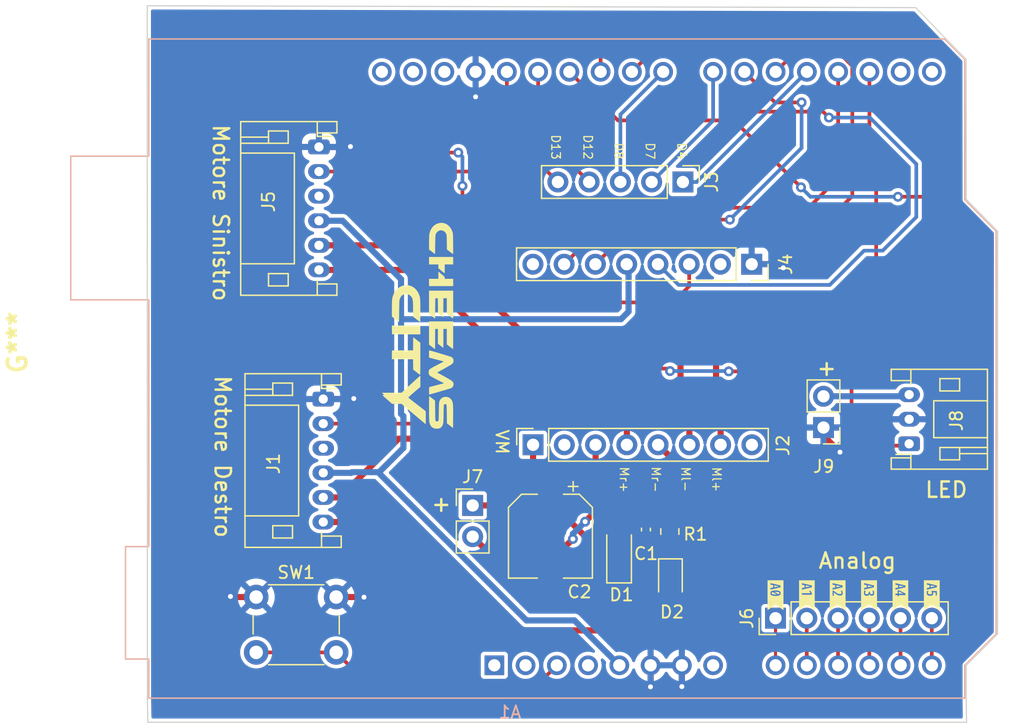
<source format=kicad_pcb>
(kicad_pcb (version 20211014) (generator pcbnew)
  (layers (0 "F.Cu" signal) (31 "B.Cu" power) (34 "B.Paste" user) (35 "F.Paste" user) (36 "B.SilkS" user "B.Silkscreen") (37 "F.SilkS" user "F.Silkscreen") (38 "B.Mask" user) (39 "F.Mask" user) (44 "Edge.Cuts" user))
  (net 0 "")
  (net 3 "RST")
  (net 5 "+5V")
  (net 6 "GND")
  (net 8 "A0")
  (net 9 "A1")
  (net 10 "A2")
  (net 11 "A3")
  (net 12 "A4")
  (net 13 "A5")
  (net 16 "EncR")
  (net 17 "EncL")
  (net 18 "D4")
  (net 19 "D5")
  (net 20 "D6")
  (net 21 "D7")
  (net 22 "D8")
  (net 23 "D9")
  (net 24 "D10")
  (net 25 "D11")
  (net 26 "D12")
  (net 27 "D13")
  (net 31 "Net-(D1-Pad1)")
  (net 32 "VM")
  (net 33 "Net-(D2-Pad1)")
  (net 35 "MR+")
  (net 36 "MR-")
  (net 38 "GNDVM")
  (net 39 "ML-")
  (net 40 "ML+")
  (net 45 "Net-(J8-Pad3)")
  (footprint "Connector_JST:JST_PH_S6B-PH-K_1x06_P2.00mm_Horizontal" (layer "F.Cu") (at 113.05 95.25 -90)
    (fp_text reference "J1" (at 5.25 4.05 90) (layer "F.SilkS"))
    (fp_text value "Conn_01x06_Female")
    (pad "1" thru_hole roundrect (at 0 0 270) (size 1.2 1.75) (drill 0.75) (layers *.Cu *.Mask) (roundrect_rratio 0.2083333333) (net 6 "GND"))
    (pad "2" thru_hole oval (at 2 0 270) (size 1.2 1.75) (drill 0.75) (layers *.Cu *.Mask) (net 16 "EncR"))
    (pad "3" thru_hole oval (at 4 0 270) (size 1.2 1.75) (drill 0.75) (layers *.Cu *.Mask))
    (pad "4" thru_hole oval (at 6 0 270) (size 1.2 1.75) (drill 0.75) (layers *.Cu *.Mask) (net 5 "+5V"))
    (pad "5" thru_hole oval (at 8 0 270) (size 1.2 1.75) (drill 0.75) (layers *.Cu *.Mask) (net 35 "MR+"))
    (pad "6" thru_hole oval (at 10 0 270) (size 1.2 1.75) (drill 0.75) (layers *.Cu *.Mask) (net 36 "MR-"))
  )
  (footprint "Capacitor_SMD:CP_Elec_6.3x5.4" (layer "F.Cu") (at 131.51 106.4 -90)
    (fp_text reference "C2" (at 4.53 -2.36 180) (layer "F.SilkS"))
    (fp_text value "100u")
    (pad "1" smd roundrect (at -2.8 0 270) (size 3.5 1.6) (layers "F.Cu" "F.Paste" "F.Mask") (roundrect_rratio 0.15625) (net 32 "VM"))
    (pad "2" smd roundrect (at 2.8 0 270) (size 3.5 1.6) (layers "F.Cu" "F.Paste" "F.Mask") (roundrect_rratio 0.15625) (net 38 "GNDVM"))
  )
  (footprint "Connector_PinHeader_2.54mm:PinHeader_1x02_P2.54mm_Vertical" (layer "F.Cu") (at 125.19 103.9)
    (fp_text reference "J7" (at 0 -2.33) (layer "F.SilkS"))
    (fp_text value "Conn_01x02_Male")
    (pad "1" thru_hole rect (at 0 0) (size 1.7 1.7) (drill 1) (layers *.Cu *.Mask) (net 32 "VM"))
    (pad "2" thru_hole oval (at 0 2.54) (size 1.7 1.7) (drill 1) (layers *.Cu *.Mask) (net 38 "GNDVM"))
  )
  (footprint "Connector_PinSocket_2.54mm:PinSocket_1x08_P2.54mm_Vertical" (layer "F.Cu") (at 147.865 84.285 -90)
    (fp_text reference "J4" (at 0 -2.77 90) (layer "F.SilkS"))
    (fp_text value "Conn_01x08_Female")
    (pad "1" thru_hole rect (at 0 0 270) (size 1.7 1.7) (drill 1) (layers *.Cu *.Mask) (net 6 "GND"))
    (pad "2" thru_hole oval (at 0 2.54 270) (size 1.7 1.7) (drill 1) (layers *.Cu *.Mask))
    (pad "3" thru_hole oval (at 0 5.08 270) (size 1.7 1.7) (drill 1) (layers *.Cu *.Mask) (net 24 "D10"))
    (pad "4" thru_hole oval (at 0 7.62 270) (size 1.7 1.7) (drill 1) (layers *.Cu *.Mask) (net 23 "D9"))
    (pad "5" thru_hole oval (at 0 10.16 270) (size 1.7 1.7) (drill 1) (layers *.Cu *.Mask) (net 5 "+5V"))
    (pad "6" thru_hole oval (at 0 12.7 270) (size 1.7 1.7) (drill 1) (layers *.Cu *.Mask) (net 19 "D5"))
    (pad "7" thru_hole oval (at 0 15.24 270) (size 1.7 1.7) (drill 1) (layers *.Cu *.Mask) (net 20 "D6"))
    (pad "8" thru_hole oval (at 0 17.78 270) (size 1.7 1.7) (drill 1) (layers *.Cu *.Mask))
  )
  (footprint "kibuzzard-64EEFF65" (layer "F.Cu") (at 157.4 111.2 -90)
    (fp_text reference "kibuzzard-64EEFF65" hide)
    (fp_text value "G***" hide)
  )
  (footprint "kibuzzard-64EEFEBA" (layer "F.Cu") (at 149.8 111.2 -90)
    (fp_text reference "kibuzzard-64EEFEBA" hide)
    (fp_text value "G***" hide)
  )
  (footprint "Diode_SMD:D_SOD-123" (layer "F.Cu") (at 137.09 107.95 90)
    (fp_text reference "D1" (at -3.22 0.19) (layer "F.SilkS"))
    (fp_text value "LL4148")
    (pad "1" smd rect (at -1.65 0 90) (size 0.9 1.2) (layers "F.Cu" "F.Paste" "F.Mask") (net 31 "Net-(D1-Pad1)"))
    (pad "2" smd rect (at 1.65 0 90) (size 0.9 1.2) (layers "F.Cu" "F.Paste" "F.Mask") (net 32 "VM"))
  )
  (footprint "kibuzzard-64EEFF4B" (layer "F.Cu") (at 154.85 111.2 -90)
    (fp_text reference "kibuzzard-64EEFF4B" hide)
    (fp_text value "G***" hide)
  )
  (footprint "LOGO" (layer "F.Cu") (at 121.57 89.27 -90)
    (fp_text reference "G***" (at 1.37 33.37 90) (layer "F.SilkS") (effects (font (size 1.524 1.524) (thickness 0.3))))
    (fp_text value "LOGO" hide)
  )
  (footprint "kibuzzard-64EEFF44" (layer "F.Cu") (at 152.35 111.2 -90)
    (fp_text reference "kibuzzard-64EEFF44" hide)
    (fp_text value "G***" hide)
  )
  (footprint "Button_Switch_THT:SW_PUSH_6mm" (layer "F.Cu") (at 107.6 111.35)
    (fp_text reference "SW1" (at 3.25 -2) (layer "F.SilkS"))
    (fp_text value "SW_SPST")
    (pad "1" thru_hole circle (at 6.5 0 90) (size 2 2) (drill 1.1) (layers *.Cu *.Mask) (net 6 "GND"))
    (pad "1" thru_hole circle (at 0 0 90) (size 2 2) (drill 1.1) (layers *.Cu *.Mask) (net 6 "GND"))
    (pad "2" thru_hole circle (at 6.5 4.5 90) (size 2 2) (drill 1.1) (layers *.Cu *.Mask) (net 3 "RST"))
    (pad "2" thru_hole circle (at 0 4.5 90) (size 2 2) (drill 1.1) (layers *.Cu *.Mask) (net 3 "RST"))
  )
  (footprint "Connector_JST:JST_PH_S6B-PH-K_1x06_P2.00mm_Horizontal" (layer "F.Cu") (at 112.7 74.75 -90)
    (fp_text reference "J5" (at 4.45 4.1 90) (layer "F.SilkS"))
    (fp_text value "Conn_01x06_Female")
    (pad "1" thru_hole roundrect (at 0 0 270) (size 1.2 1.75) (drill 0.75) (layers *.Cu *.Mask) (roundrect_rratio 0.2083333333) (net 6 "GND"))
    (pad "2" thru_hole oval (at 2 0 270) (size 1.2 1.75) (drill 0.75) (layers *.Cu *.Mask) (net 17 "EncL"))
    (pad "3" thru_hole oval (at 4 0 270) (size 1.2 1.75) (drill 0.75) (layers *.Cu *.Mask))
    (pad "4" thru_hole oval (at 6 0 270) (size 1.2 1.75) (drill 0.75) (layers *.Cu *.Mask) (net 5 "+5V"))
    (pad "5" thru_hole oval (at 8 0 270) (size 1.2 1.75) (drill 0.75) (layers *.Cu *.Mask) (net 40 "ML+"))
    (pad "6" thru_hole oval (at 10 0 270) (size 1.2 1.75) (drill 0.75) (layers *.Cu *.Mask) (net 39 "ML-"))
  )
  (footprint "Connector_PinHeader_2.54mm:PinHeader_1x02_P2.54mm_Vertical" (layer "F.Cu") (at 153.7 97.565 180)
    (fp_text reference "J9" (at -0.02 -3.165) (layer "F.SilkS"))
    (fp_text value "Conn_01x02_Male")
    (pad "1" thru_hole rect (at 0 0 180) (size 1.7 1.7) (drill 1) (layers *.Cu *.Mask) (net 6 "GND"))
    (pad "2" thru_hole oval (at 0 2.54 180) (size 1.7 1.7) (drill 1) (layers *.Cu *.Mask) (net 45 "Net-(J8-Pad3)"))
  )
  (footprint "Connector_PinSocket_2.54mm:PinSocket_1x08_P2.54mm_Vertical" (layer "F.Cu") (at 130.1 98.97 90)
    (fp_text reference "J2" (at -0.04 20.31 90) (layer "F.SilkS"))
    (fp_text value "Conn_01x08_Female")
    (pad "1" thru_hole rect (at 0 0 90) (size 1.7 1.7) (drill 1) (layers *.Cu *.Mask) (net 32 "VM"))
    (pad "2" thru_hole oval (at 0 2.54 90) (size 1.7 1.7) (drill 1) (layers *.Cu *.Mask))
    (pad "3" thru_hole oval (at 0 5.08 90) (size 1.7 1.7) (drill 1) (layers *.Cu *.Mask) (net 38 "GNDVM"))
    (pad "4" thru_hole oval (at 0 7.62 90) (size 1.7 1.7) (drill 1) (layers *.Cu *.Mask) (net 35 "MR+"))
    (pad "5" thru_hole oval (at 0 10.16 90) (size 1.7 1.7) (drill 1) (layers *.Cu *.Mask) (net 36 "MR-"))
    (pad "6" thru_hole oval (at 0 12.7 90) (size 1.7 1.7) (drill 1) (layers *.Cu *.Mask) (net 39 "ML-"))
    (pad "7" thru_hole oval (at 0 15.24 90) (size 1.7 1.7) (drill 1) (layers *.Cu *.Mask) (net 40 "ML+"))
    (pad "8" thru_hole oval (at 0 17.78 90) (size 1.7 1.7) (drill 1) (layers *.Cu *.Mask))
  )
  (footprint "Resistor_SMD:R_0805_2012Metric" (layer "F.Cu") (at 141.215 106.02 90)
    (fp_text reference "R1" (at -0.22 2.075 180) (layer "F.SilkS"))
    (fp_text value "470")
    (pad "1" smd roundrect (at -0.9125 0 90) (size 1.025 1.4) (layers "F.Cu" "F.Paste" "F.Mask") (roundrect_rratio 0.243902439) (net 33 "Net-(D2-Pad1)"))
    (pad "2" smd roundrect (at 0.9125 0 90) (size 1.025 1.4) (layers "F.Cu" "F.Paste" "F.Mask") (roundrect_rratio 0.243902439) (net 38 "GNDVM"))
  )
  (footprint "Connector_PinHeader_2.54mm:PinHeader_1x06_P2.54mm_Vertical" (layer "F.Cu") (at 149.8 113.07 90)
    (fp_text reference "J6" (at 0 -2.33 90) (layer "F.SilkS"))
    (fp_text value "Conn_01x06_Male")
    (pad "1" thru_hole rect (at 0 0 90) (size 1.7 1.7) (drill 1) (layers *.Cu *.Mask) (net 8 "A0"))
    (pad "2" thru_hole oval (at 0 2.54 90) (size 1.7 1.7) (drill 1) (layers *.Cu *.Mask) (net 9 "A1"))
    (pad "3" thru_hole oval (at 0 5.08 90) (size 1.7 1.7) (drill 1) (layers *.Cu *.Mask) (net 10 "A2"))
    (pad "4" thru_hole oval (at 0 7.62 90) (size 1.7 1.7) (drill 1) (layers *.Cu *.Mask) (net 11 "A3"))
    (pad "5" thru_hole oval (at 0 10.16 90) (size 1.7 1.7) (drill 1) (layers *.Cu *.Mask) (net 12 "A4"))
    (pad "6" thru_hole oval (at 0 12.7 90) (size 1.7 1.7) (drill 1) (layers *.Cu *.Mask) (net 13 "A5"))
  )
  (footprint "Capacitor_SMD:C_0402_1005Metric" (layer "F.Cu") (at 139.27 105.86 90)
    (fp_text reference "C1" (at -1.96 0.01 180) (layer "F.SilkS"))
    (fp_text value "0.1u")
    (pad "1" smd roundrect (at -0.48 0 90) (size 0.56 0.62) (layers "F.Cu" "F.Paste" "F.Mask") (net 32 "VM"))
    (pad "2" smd roundrect (at 0.48 0 90) (size 0.56 0.62) (layers "F.Cu" "F.Paste" "F.Mask") (net 38 "GNDVM"))
  )
  (footprint "kibuzzard-64EEFF81" (layer "F.Cu") (at 159.95 111.2 -90)
    (fp_text reference "kibuzzard-64EEFF81" hide)
    (fp_text value "G***" hide)
  )
  (footprint "Connector_JST:JST_PH_S3B-PH-K_1x03_P2.00mm_Horizontal" (layer "F.Cu") (at 160.66 98.89 90)
    (fp_text reference "J8" (at 1.89 3.84 90) (layer "F.SilkS"))
    (fp_text value "Conn_01x03_Female")
    (pad "1" thru_hole roundrect (at 0 0 90) (size 1.2 1.75) (drill 0.75) (layers *.Cu *.Mask) (roundrect_rratio 0.2083333333) (net 25 "D11"))
    (pad "2" thru_hole oval (at 2 0 90) (size 1.2 1.75) (drill 0.75) (layers *.Cu *.Mask) (net 6 "GND"))
    (pad "3" thru_hole oval (at 4 0 90) (size 1.2 1.75) (drill 0.75) (layers *.Cu *.Mask) (net 45 "Net-(J8-Pad3)"))
  )
  (footprint "kibuzzard-64EEFF9E" (layer "F.Cu") (at 162.5 111.2 -90)
    (fp_text reference "kibuzzard-64EEFF9E" hide)
    (fp_text value "G***" hide)
  )
  (footprint "Connector_PinHeader_2.54mm:PinHeader_1x05_P2.54mm_Vertical" (layer "F.Cu") (at 142.275 77.6 -90)
    (fp_text reference "J3" (at 0 -2.33 -90) (layer "F.SilkS"))
    (fp_text value "Conn_01x05_Male")
    (pad "1" thru_hole rect (at 0 0 270) (size 1.7 1.7) (drill 1) (layers *.Cu *.Mask) (net 18 "D4"))
    (pad "2" thru_hole oval (at 0 2.54 270) (size 1.7 1.7) (drill 1) (layers *.Cu *.Mask) (net 21 "D7"))
    (pad "3" thru_hole oval (at 0 5.08 270) (size 1.7 1.7) (drill 1) (layers *.Cu *.Mask) (net 22 "D8"))
    (pad "4" thru_hole oval (at 0 7.62 270) (size 1.7 1.7) (drill 1) (layers *.Cu *.Mask) (net 26 "D12"))
    (pad "5" thru_hole oval (at 0 10.16 270) (size 1.7 1.7) (drill 1) (layers *.Cu *.Mask) (net 27 "D13"))
  )
  (footprint "LED_SMD:LED_0805_2012Metric" (layer "F.Cu") (at 141.26 109.93 -90)
    (fp_text reference "D2" (at 2.64 -0.13 180) (layer "F.SilkS"))
    (fp_text value "LED")
    (pad "1" smd roundrect (at -0.9375 0 270) (size 0.975 1.4) (layers "F.Cu" "F.Paste" "F.Mask") (net 33 "Net-(D2-Pad1)"))
    (pad "2" smd roundrect (at 0.9375 0 270) (size 0.975 1.4) (layers "F.Cu" "F.Paste" "F.Mask") (net 31 "Net-(D1-Pad1)"))
  )
  (footprint "Module:Arduino_UNO_R3" (layer "B.Cu") (at 126.95 116.9)
    (fp_text reference "A1" (at 1.27 3.81) (layer "B.SilkS") (effects (justify mirror)))
    (fp_text value "Arduino_UNO_R3")
    (pad "1" thru_hole rect (at 0 0 270) (size 1.6 1.6) (drill 1) (layers *.Cu *.Mask))
    (pad "2" thru_hole oval (at 2.54 0 270) (size 1.6 1.6) (drill 1) (layers *.Cu *.Mask))
    (pad "3" thru_hole oval (at 5.08 0 270) (size 1.6 1.6) (drill 1) (layers *.Cu *.Mask) (net 3 "RST"))
    (pad "4" thru_hole oval (at 7.62 0 270) (size 1.6 1.6) (drill 1) (layers *.Cu *.Mask))
    (pad "5" thru_hole oval (at 10.16 0 270) (size 1.6 1.6) (drill 1) (layers *.Cu *.Mask) (net 5 "+5V"))
    (pad "6" thru_hole oval (at 12.7 0 270) (size 1.6 1.6) (drill 1) (layers *.Cu *.Mask) (net 6 "GND"))
    (pad "7" thru_hole oval (at 15.24 0 270) (size 1.6 1.6) (drill 1) (layers *.Cu *.Mask) (net 6 "GND"))
    (pad "8" thru_hole oval (at 17.78 0 270) (size 1.6 1.6) (drill 1) (layers *.Cu *.Mask))
    (pad "9" thru_hole oval (at 22.86 0 270) (size 1.6 1.6) (drill 1) (layers *.Cu *.Mask) (net 8 "A0"))
    (pad "10" thru_hole oval (at 25.4 0 270) (size 1.6 1.6) (drill 1) (layers *.Cu *.Mask) (net 9 "A1"))
    (pad "11" thru_hole oval (at 27.94 0 270) (size 1.6 1.6) (drill 1) (layers *.Cu *.Mask) (net 10 "A2"))
    (pad "12" thru_hole oval (at 30.48 0 270) (size 1.6 1.6) (drill 1) (layers *.Cu *.Mask) (net 11 "A3"))
    (pad "13" thru_hole oval (at 33.02 0 270) (size 1.6 1.6) (drill 1) (layers *.Cu *.Mask) (net 12 "A4"))
    (pad "14" thru_hole oval (at 35.56 0 270) (size 1.6 1.6) (drill 1) (layers *.Cu *.Mask) (net 13 "A5"))
    (pad "15" thru_hole oval (at 35.56 -48.26 270) (size 1.6 1.6) (drill 1) (layers *.Cu *.Mask))
    (pad "16" thru_hole oval (at 33.02 -48.26 270) (size 1.6 1.6) (drill 1) (layers *.Cu *.Mask))
    (pad "17" thru_hole oval (at 30.48 -48.26 270) (size 1.6 1.6) (drill 1) (layers *.Cu *.Mask) (net 16 "EncR"))
    (pad "18" thru_hole oval (at 27.94 -48.26 270) (size 1.6 1.6) (drill 1) (layers *.Cu *.Mask) (net 17 "EncL"))
    (pad "19" thru_hole oval (at 25.4 -48.26 270) (size 1.6 1.6) (drill 1) (layers *.Cu *.Mask) (net 18 "D4"))
    (pad "20" thru_hole oval (at 22.86 -48.26 270) (size 1.6 1.6) (drill 1) (layers *.Cu *.Mask) (net 19 "D5"))
    (pad "21" thru_hole oval (at 20.32 -48.26 270) (size 1.6 1.6) (drill 1) (layers *.Cu *.Mask) (net 20 "D6"))
    (pad "22" thru_hole oval (at 17.78 -48.26 270) (size 1.6 1.6) (drill 1) (layers *.Cu *.Mask) (net 21 "D7"))
    (pad "23" thru_hole oval (at 13.72 -48.26 270) (size 1.6 1.6) (drill 1) (layers *.Cu *.Mask) (net 22 "D8"))
    (pad "24" thru_hole oval (at 11.18 -48.26 270) (size 1.6 1.6) (drill 1) (layers *.Cu *.Mask) (net 23 "D9"))
    (pad "25" thru_hole oval (at 8.64 -48.26 270) (size 1.6 1.6) (drill 1) (layers *.Cu *.Mask) (net 24 "D10"))
    (pad "26" thru_hole oval (at 6.1 -48.26 270) (size 1.6 1.6) (drill 1) (layers *.Cu *.Mask) (net 25 "D11"))
    (pad "27" thru_hole oval (at 3.56 -48.26 270) (size 1.6 1.6) (drill 1) (layers *.Cu *.Mask) (net 26 "D12"))
    (pad "28" thru_hole oval (at 1.02 -48.26 270) (size 1.6 1.6) (drill 1) (layers *.Cu *.Mask) (net 27 "D13"))
    (pad "29" thru_hole oval (at -1.52 -48.26 270) (size 1.6 1.6) (drill 1) (layers *.Cu *.Mask) (net 6 "GND"))
    (pad "30" thru_hole oval (at -4.06 -48.26 270) (size 1.6 1.6) (drill 1) (layers *.Cu *.Mask))
    (pad "31" thru_hole oval (at -6.6 -48.26 270) (size 1.6 1.6) (drill 1) (layers *.Cu *.Mask))
    (pad "32" thru_hole oval (at -9.14 -48.26 270) (size 1.6 1.6) (drill 1) (layers *.Cu *.Mask))
  )
  (gr_line (start 98.795 121.53) (end 165.325 121.53) (layer "Edge.Cuts") (width 0.1))
  (gr_line (start 165.3 79.02) (end 165.29 67.63) (layer "Edge.Cuts") (width 0.1))
  (gr_line (start 165.3 119.68) (end 165.3 116.9) (layer "Edge.Cuts") (width 0.1))
  (gr_line (start 163.53 65.84) (end 161.2 63.42) (layer "Edge.Cuts") (width 0.1))
  (gr_line (start 165.29 67.63) (end 163.53 65.84) (layer "Edge.Cuts") (width 0.1))
  (gr_line (start 98.76 119.65) (end 98.795 121.53) (layer "Edge.Cuts") (width 0.1))
  (gr_line (start 98.75 65.84) (end 98.76 119.65) (layer "Edge.Cuts") (width 0.1))
  (gr_line (start 165.3 119.68) (end 165.325 121.53) (layer "Edge.Cuts") (width 0.1))
  (gr_line (start 167.84 114.36) (end 167.85 81.6) (layer "Edge.Cuts") (width 0.1))
  (gr_line (start 165.3 116.9) (end 167.84 114.36) (layer "Edge.Cuts") (width 0.1))
  (gr_line (start 98.75 63.27) (end 161.2 63.42) (layer "Edge.Cuts") (width 0.1))
  (gr_line (start 98.75 65.84) (end 98.75 63.27) (layer "Edge.Cuts") (width 0.1))
  (gr_line (start 167.85 81.6) (end 165.3 79.02) (layer "Edge.Cuts") (width 0.1))
  (gr_text "D8\n" (at 137.08 75.08 270) (layer "F.SilkS") (effects (font (size 0.7 0.7) (thickness 0.1))))
  (gr_text "D12\n" (at 134.55 74.76 270) (layer "F.SilkS") (effects (font (size 0.7 0.7) (thickness 0.1))))
  (gr_text "Motore Sinistro" (at 104.72 80.11 270) (layer "F.SilkS") (effects (font (size 1.25 1.25) (thickness 0.2))))
  (gr_text "D4\n" (at 142.18 75.08 270) (layer "F.SilkS") (effects (font (size 0.7 0.7) (thickness 0.1))))
  (gr_text "LED" (at 163.68 102.63) (layer "F.SilkS") (effects (font (size 1.25 1.25) (thickness 0.2))))
  (gr_text "+" (at 154.05 92.81 270) (layer "F.SilkS") (effects (font (size 1.25 1.25) (thickness 0.2))))
  (gr_text "Ml-" (at 142.5 101.77 270) (layer "F.SilkS") (effects (font (size 0.7 0.7) (thickness 0.1))))
  (gr_text "Mr-" (at 140.08 101.79 270) (layer "F.SilkS") (effects (font (size 0.7 0.7) (thickness 0.1))))
  (gr_text "D13\n" (at 131.94 74.76 270) (layer "F.SilkS") (effects (font (size 0.7 0.7) (thickness 0.1))))
  (gr_text "D7\n" (at 139.61 75.08 270) (layer "F.SilkS") (effects (font (size 0.7 0.7) (thickness 0.1))))
  (gr_text "Ml+" (at 145.01 101.79 270) (layer "F.SilkS") (effects (font (size 0.7 0.7) (thickness 0.1))))
  (gr_text "+" (at 122.73 103.86 270) (layer "F.SilkS") (effects (font (size 1.25 1.25) (thickness 0.2))))
  (gr_text "VM" (at 127.58 98.74 270) (layer "F.SilkS") (effects (font (size 1 1))))
  (gr_text "Mr+\n" (at 137.5 101.8 270) (layer "F.SilkS") (effects (font (size 0.7 0.7) (thickness 0.1))))
  (gr_text "Analog" (at 156.45 108.4) (layer "F.SilkS") (effects (font (size 1.25 1.25) (thickness 0.2))))
  (gr_text "Motore Destro" (at 104.87 99.93 270) (layer "F.SilkS") (effects (font (size 1.25 1.25) (thickness 0.2))))
  (segment (start 114.1 115.85) (end 107.6 115.85) (width 0.3) (layer "F.Cu") (net 3))
  (segment (start 132.03 116.9) (end 130.347846 118.582154) (width 0.3) (layer "F.Cu") (net 3))
  (segment (start 130.347846 118.582154) (end 116.832154 118.582154) (width 0.3) (layer "F.Cu") (net 3))
  (segment (start 116.832154 118.582154) (end 114.1 115.85) (width 0.3) (layer "F.Cu") (net 3))
  (segment (start 113.059977 101.240023) (end 113.05 101.25) (width 0.5) (layer "F.Cu") (net 5))
  (segment (start 138.01 84.59) (end 137.705 84.285) (width 0.5) (layer "F.Cu") (net 5))
  (segment (start 115.385069 101.194977) (end 115.330046 101.25) (width 0.5) (layer "B.Cu") (net 5))
  (segment (start 114.6205 80.75) (end 112.7 80.75) (width 0.5) (layer "B.Cu") (net 5))
  (segment (start 137.86 84.44) (end 137.705 84.285) (width 0.5) (layer "B.Cu") (net 5))
  (segment (start 119.37 85.4995) (end 114.6205 80.75) (width 0.5) (layer "B.Cu") (net 5))
  (segment (start 133.46 113.25) (end 129.56 113.25) (width 0.5) (layer "B.Cu") (net 5))
  (segment (start 115.330046 101.25) (end 113.05 101.25) (width 0.5) (layer "B.Cu") (net 5))
  (segment (start 137.86 88.1395) (end 137.86 84.44) (width 0.5) (layer "B.Cu") (net 5))
  (segment (start 117.504977 101.194977) (end 117.5895 101.194977) (width 0.5) (layer "B.Cu") (net 5))
  (segment (start 137.239477 88.760023) (end 137.86 88.1395) (width 0.5) (layer "B.Cu") (net 5))
  (segment (start 119.37 85.4995) (end 119.37 88.81) (width 0.5) (layer "B.Cu") (net 5))
  (segment (start 119.564977 99.2195) (end 119.564977 96.645477) (width 0.5) (layer "B.Cu") (net 5))
  (segment (start 119.419977 88.760023) (end 137.239477 88.760023) (width 0.5) (layer "B.Cu") (net 5))
  (segment (start 117.5895 101.194977) (end 119.564977 99.2195) (width 0.5) (layer "B.Cu") (net 5))
  (segment (start 119.37 96.4505) (end 119.564977 96.645477) (width 0.5) (layer "B.Cu") (net 5))
  (segment (start 119.37 88.81) (end 119.419977 88.760023) (width 0.5) (layer "B.Cu") (net 5))
  (segment (start 129.56 113.25) (end 117.504977 101.194977) (width 0.5) (layer "B.Cu") (net 5))
  (segment (start 119.37 88.81) (end 119.37 96.4505) (width 0.5) (layer "B.Cu") (net 5))
  (segment (start 117.504977 101.194977) (end 115.385069 101.194977) (width 0.5) (layer "B.Cu") (net 5))
  (segment (start 133.46 113.25) (end 137.11 116.9) (width 0.5) (layer "B.Cu") (net 5))
  (segment (start 139.65 116.9) (end 139.65 118.64) (width 0.5) (layer "F.Cu") (net 6))
  (segment (start 150.39 84.62) (end 150.43 84.58) (width 0.5) (layer "F.Cu") (net 6))
  (segment (start 112.7 74.75) (end 115.23 74.75) (width 0.5) (layer "F.Cu") (net 6))
  (segment (start 147.865 84.285) (end 150.135 84.285) (width 0.5) (layer "F.Cu") (net 6))
  (segment (start 139.65 118.64) (end 139.64 118.65) (width 0.5) (layer "F.Cu") (net 6))
  (segment (start 114.1 111.35) (end 116.35 111.35) (width 0.5) (layer "F.Cu") (net 6))
  (segment (start 113.05 95.25) (end 115.49 95.25) (width 0.5) (layer "F.Cu") (net 6))
  (segment (start 116.35 111.35) (end 116.36 111.36) (width 0.5) (layer "F.Cu") (net 6))
  (segment (start 105.56 111.35) (end 105.51 111.3) (width 0.5) (layer "F.Cu") (net 6))
  (segment (start 115.23 74.75) (end 115.26 74.72) (width 0.5) (layer "F.Cu") (net 6))
  (segment (start 142.19 116.9) (end 142.19 118.63) (width 0.5) (layer "F.Cu") (net 6))
  (segment (start 115.49 95.25) (end 115.53 95.21) (width 0.5) (layer "F.Cu") (net 6))
  (segment (start 153.7 97.565) (end 153.7 98.23) (width 0.5) (layer "F.Cu") (net 6))
  (segment (start 125.43 68.64) (end 125.43 70.67) (width 0.3) (layer "F.Cu") (net 6))
  (segment (start 107.6 111.35) (end 105.56 111.35) (width 0.5) (layer "F.Cu") (net 6))
  (segment (start 153.7 98.23) (end 155.04 99.57) (width 0.5) (layer "F.Cu") (net 6))
  (segment (start 142.2 118.64) (end 142.19 118.63) (width 0.5) (layer "F.Cu") (net 6))
  (segment (start 150.135 84.285) (end 150.43 84.58) (width 0.5) (layer "F.Cu") (net 6))
  (via (at 115.53 95.21) (size 0.8) (drill 0.4) (layers "F.Cu" "B.Cu") (net 6))
  (via (at 155.04 99.57) (size 0.8) (drill 0.4) (layers "F.Cu" "B.Cu") (net 6))
  (via (at 150.43 84.58) (size 0.8) (drill 0.4) (layers "F.Cu" "B.Cu") (net 6))
  (via (at 139.64 118.65) (size 0.8) (drill 0.4) (layers "F.Cu" "B.Cu") (net 6))
  (via (at 142.19 118.63) (size 0.8) (drill 0.4) (layers "F.Cu" "B.Cu") (net 6))
  (via (at 115.26 74.72) (size 0.8) (drill 0.4) (layers "F.Cu" "B.Cu") (net 6))
  (via (at 125.43 70.67) (size 0.8) (drill 0.4) (layers "F.Cu" "B.Cu") (net 6))
  (via (at 116.36 111.36) (size 0.8) (drill 0.4) (layers "F.Cu" "B.Cu") (net 6))
  (via (at 105.51 111.3) (size 0.8) (drill 0.4) (layers "F.Cu" "B.Cu") (net 6))
  (segment (start 153.7 97.565) (end 157.435 97.565) (width 0.5) (layer "B.Cu") (net 6))
  (segment (start 157.435 97.565) (end 158.11 96.89) (width 0.5) (layer "B.Cu") (net 6))
  (segment (start 158.11 96.89) (end 160.66 96.89) (width 0.5) (layer "B.Cu") (net 6))
  (segment (start 149.8 113.07) (end 149.8 116.89) (width 0.25) (layer "F.Cu") (net 8))
  (segment (start 149.8 116.89) (end 149.81 116.9) (width 0.25) (layer "F.Cu") (net 8))
  (segment (start 149.77 116.86) (end 149.81 116.9) (width 0.3) (layer "F.Cu") (net 8))
  (segment (start 152.34 116.89) (end 152.35 116.9) (width 0.3) (layer "F.Cu") (net 9))
  (segment (start 152.31 116.86) (end 152.35 116.9) (width 0.3) (layer "F.Cu") (net 9))
  (segment (start 152.34 113.07) (end 152.34 116.89) (width 0.3) (layer "F.Cu") (net 9))
  (segment (start 154.88 113.07) (end 154.88 116.89) (width 0.3) (layer "F.Cu") (net 10))
  (segment (start 154.85 116.86) (end 154.89 116.9) (width 0.3) (layer "F.Cu") (net 10))
  (segment (start 154.88 116.89) (end 154.89 116.9) (width 0.3) (layer "F.Cu") (net 10))
  (segment (start 157.42 116.89) (end 157.43 116.9) (width 0.3) (layer "F.Cu") (net 11))
  (segment (start 157.39 116.86) (end 157.43 116.9) (width 0.3) (layer "F.Cu") (net 11))
  (segment (start 157.42 113.07) (end 157.42 116.89) (width 0.3) (layer "F.Cu") (net 11))
  (segment (start 159.96 116.89) (end 159.97 116.9) (width 0.3) (layer "F.Cu") (net 12))
  (segment (start 159.96 113.07) (end 159.96 116.89) (width 0.3) (layer "F.Cu") (net 12))
  (segment (start 159.93 116.86) (end 159.97 116.9) (width 0.3) (layer "F.Cu") (net 12))
  (segment (start 162.5 113.07) (end 162.5 116.89) (width 0.3) (layer "F.Cu") (net 13))
  (segment (start 162.47 116.86) (end 162.51 116.9) (width 0.3) (layer "F.Cu") (net 13))
  (segment (start 162.5 116.89) (end 162.51 116.9) (width 0.3) (layer "F.Cu") (net 13))
  (segment (start 157.43 77.31) (end 157.43 68.64) (width 0.3) (layer "F.Cu") (net 16))
  (segment (start 113.05 97.25) (end 120.53 97.25) (width 0.3) (layer "F.Cu") (net 16))
  (segment (start 157.98 86.12) (end 157.98 77.86) (width 0.3) (layer "F.Cu") (net 16))
  (segment (start 151.1 93) (end 157.98 86.12) (width 0.3) (layer "F.Cu") (net 16))
  (segment (start 146 93) (end 151.1 93) (width 0.3) (layer "F.Cu") (net 16))
  (segment (start 125.01 92.77) (end 141.028786 92.77) (width 0.3) (layer "F.Cu") (net 16))
  (segment (start 157.98 77.86) (end 157.43 77.31) (width 0.3) (layer "F.Cu") (net 16))
  (segment (start 120.53 97.25) (end 123.05 94.73) (width 0.3) (layer "F.Cu") (net 16))
  (segment (start 123.05 94.73) (end 125.01 92.77) (width 0.3) (layer "F.Cu") (net 16))
  (segment (start 141.028786 92.77) (end 141.2305 92.971714) (width 0.3) (layer "F.Cu") (net 16))
  (via (at 141.2305 92.971714) (size 0.8) (drill 0.4) (layers "F.Cu" "B.Cu") (net 16))
  (via (at 146 93) (size 0.8) (drill 0.4) (layers "F.Cu" "B.Cu") (net 16))
  (segment (start 145.971714 92.971714) (end 146 93) (width 0.3) (layer "B.Cu") (net 16))
  (segment (start 141.2305 92.971714) (end 145.971714 92.971714) (width 0.3) (layer "B.Cu") (net 16))
  (segment (start 112.7 76.75) (end 124.91 76.75) (width 0.3) (layer "F.Cu") (net 17))
  (segment (start 127.85 79.69) (end 152.49 79.69) (width 0.3) (layer "F.Cu") (net 17))
  (segment (start 124.91 76.75) (end 127.85 79.69) (width 0.3) (layer "F.Cu") (net 17))
  (segment (start 154.89 77.29) (end 154.89 68.64) (width 0.3) (layer "F.Cu") (net 17))
  (segment (start 152.49 79.69) (end 154.89 77.29) (width 0.3) (layer "F.Cu") (net 17))
  (segment (start 143.39 77.6) (end 152.35 68.64) (width 0.3) (layer "B.Cu") (net 18))
  (segment (start 142.275 77.6) (end 143.39 77.6) (width 0.3) (layer "B.Cu") (net 18))
  (segment (start 152.73 82.05) (end 156.04 78.74) (width 0.3) (layer "F.Cu") (net 19))
  (segment (start 154.506346 66.63) (end 151.82 66.63) (width 0.3) (layer "F.Cu") (net 19))
  (segment (start 135.165 84.285) (end 137.4 82.05) (width 0.3) (layer "F.Cu") (net 19))
  (segment (start 156.04 68.163654) (end 154.506346 66.63) (width 0.3) (layer "F.Cu") (net 19))
  (segment (start 137.4 82.05) (end 152.73 82.05) (width 0.3) (layer "F.Cu") (net 19))
  (segment (start 156.04 78.74) (end 156.04 68.163654) (width 0.3) (layer "F.Cu") (net 19))
  (segment (start 151.82 66.63) (end 149.81 68.64) (width 0.3) (layer "F.Cu") (net 19))
  (segment (start 146.09 80.66) (end 136.25 80.66) (width 0.3) (layer "F.Cu") (net 20))
  (segment (start 136.25 80.66) (end 132.625 84.285) (width 0.3) (layer "F.Cu") (net 20))
  (segment (start 149.7605 71.1305) (end 147.27 68.64) (width 0.3) (layer "F.Cu") (net 20))
  (segment (start 151.92 71.1305) (end 149.7605 71.1305) (width 0.3) (layer "F.Cu") (net 20))
  (via (at 151.92 71.1305) (size 0.8) (drill 0.4) (layers "F.Cu" "B.Cu") (net 20))
  (via (at 146.09 80.66) (size 0.8) (drill 0.4) (layers "F.Cu" "B.Cu") (net 20))
  (segment (start 146.09 80.66) (end 151.92 74.83) (width 0.3) (layer "B.Cu") (net 20))
  (segment (start 151.92 74.83) (end 151.92 71.1305) (width 0.3) (layer "B.Cu") (net 20))
  (segment (start 139.735 77.6) (end 144.73 72.605) (width 0.3) (layer "B.Cu") (net 21))
  (segment (start 144.73 72.605) (end 144.73 68.64) (width 0.3) (layer "B.Cu") (net 21))
  (segment (start 137.195 77.6) (end 137.195 72.115) (width 0.3) (layer "B.Cu") (net 22))
  (segment (start 137.195 72.115) (end 140.67 68.64) (width 0.3) (layer "B.Cu") (net 22))
  (segment (start 145.98 71.88) (end 153.6605 71.88) (width 0.3) (layer "F.Cu") (net 23))
  (segment (start 153.6605 71.88) (end 154.1405 72.36) (width 0.3) (layer "F.Cu") (net 23))
  (segment (start 140.245 84.635) (end 140.245 84.285) (width 0.3) (layer "F.Cu") (net 23))
  (segment (start 145.207767 67.35) (end 139.42 67.35) (width 0.3) (layer "F.Cu") (net 23))
  (segment (start 145.98 71.88) (end 145.98 68.122233) (width 0.3) (layer "F.Cu") (net 23))
  (segment (start 139.42 67.35) (end 138.13 68.64) (width 0.3) (layer "F.Cu") (net 23))
  (segment (start 145.98 68.122233) (end 145.207767 67.35) (width 0.3) (layer "F.Cu") (net 23))
  (via (at 154.1405 72.36) (size 0.8) (drill 0.4) (layers "F.Cu" "B.Cu") (net 23))
  (segment (start 161.24 76.1405) (end 161.24 80.4495) (width 0.3) (layer "B.Cu") (net 23))
  (segment (start 141.927154 85.967154) (end 140.245 84.285) (width 0.3) (layer "B.Cu") (net 23))
  (segment (start 157.4595 72.36) (end 161.24 76.1405) (width 0.3) (layer "B.Cu") (net 23))
  (segment (start 154.212846 85.967154) (end 141.927154 85.967154) (width 0.3) (layer "B.Cu") (net 23))
  (segment (start 158.5095 83.18) (end 157 83.18) (width 0.3) (layer "B.Cu") (net 23))
  (segment (start 157 83.18) (end 154.212846 85.967154) (width 0.3) (layer "B.Cu") (net 23))
  (segment (start 154.1405 72.36) (end 157.4595 72.36) (width 0.3) (layer "B.Cu") (net 23))
  (segment (start 161.24 80.4495) (end 158.5095 83.18) (width 0.3) (layer "B.Cu") (net 23))
  (segment (start 128.54 87.39) (end 124.36 83.21) (width 0.3) (layer "F.Cu") (net 24))
  (segment (start 115.945003 69.660001) (end 115.945003 68.484997) (width 0.3) (layer "F.Cu") (net 24))
  (segment (start 121.495002 75.21) (end 115.945003 69.660001) (width 0.3) (layer "F.Cu") (net 24))
  (segment (start 141.47 87.39) (end 142.785 86.075) (width 0.3) (layer "F.Cu") (net 24))
  (segment (start 124.36 83.21) (end 124.36 77.92) (width 0.3) (layer "F.Cu") (net 24))
  (segment (start 115.945003 68.484997) (end 117.76 66.67) (width 0.3) (layer "F.Cu") (net 24))
  (segment (start 135.59 66.88) (end 135.59 68.64) (width 0.3) (layer "F.Cu") (net 24))
  (segment (start 124.02 75.21) (end 121.495002 75.21) (width 0.3) (layer "F.Cu") (net 24))
  (segment (start 141.47 87.39) (end 128.54 87.39) (width 0.3) (layer "F.Cu") (net 24))
  (segment (start 117.76 66.67) (end 135.38 66.67) (width 0.3) (layer "F.Cu") (net 24))
  (segment (start 142.785 86.075) (end 142.785 84.285) (width 0.3) (layer "F.Cu") (net 24))
  (segment (start 135.38 66.67) (end 135.59 66.88) (width 0.3) (layer "F.Cu") (net 24))
  (via (at 124.02 75.21) (size 0.8) (drill 0.4) (layers "F.Cu" "B.Cu") (net 24))
  (via (at 124.36 77.92) (size 0.8) (drill 0.4) (layers "F.Cu" "B.Cu") (net 24))
  (segment (start 124.36 75.55) (end 124.02 75.21) (width 0.3) (layer "B.Cu") (net 24))
  (segment (start 124.36 77.92) (end 124.36 75.55) (width 0.3) (layer "B.Cu") (net 24))
  (segment (start 146.590023 72.590023) (end 146.590023 72.750023) (width 0.3) (layer "F.Cu") (net 25))
  (segment (start 163.05 79.85) (end 163.05 91.8) (width 0.3) (layer "F.Cu") (net 25))
  (segment (start 155.98 93.31) (end 155.98 97.25) (width 0.3) (layer "F.Cu") (net 25))
  (segment (start 133.05 68.64) (end 137.000023 72.590023) (width 0.3) (layer "F.Cu") (net 25))
  (segment (start 155.98 97.25) (end 157.77 99.04) (width 0.3) (layer "F.Cu") (net 25))
  (segment (start 137.000023 72.590023) (end 146.590023 72.590023) (width 0.3) (layer "F.Cu") (net 25))
  (segment (start 163.05 91.8) (end 157.49 91.8) (width 0.3) (layer "F.Cu") (net 25))
  (segment (start 159.75 78.8) (end 162 78.8) (width 0.3) (layer "F.Cu") (net 25))
  (segment (start 160.51 99.04) (end 160.66 98.89) (width 0.3) (layer "F.Cu") (net 25))
  (segment (start 157.77 99.04) (end 160.51 99.04) (width 0.3) (layer "F.Cu") (net 25))
  (segment (start 162 78.8) (end 163.05 79.85) (width 0.3) (layer "F.Cu") (net 25))
  (segment (start 146.590023 72.750023) (end 151.87 78.03) (width 0.3) (layer "F.Cu") (net 25))
  (segment (start 157.49 91.8) (end 155.98 93.31) (width 0.3) (layer "F.Cu") (net 25))
  (via (at 151.87 78.03) (size 0.8) (drill 0.4) (layers "F.Cu" "B.Cu") (net 25))
  (via (at 159.75 78.8) (size 0.8) (drill 0.4) (layers "F.Cu" "B.Cu") (net 25))
  (segment (start 152.64 78.8) (end 159.75 78.8) (width 0.3) (layer "B.Cu") (net 25))
  (segment (start 151.87 78.03) (end 152.64 78.8) (width 0.3) (layer "B.Cu") (net 25))
  (segment (start 130.52 73.45) (end 130.51 73.44) (width 0.3) (layer "F.Cu") (net 26))
  (segment (start 134.655 77.6) (end 130.52 73.465) (width 0.3) (layer "F.Cu") (net 26))
  (segment (start 130.52 73.465) (end 130.52 73.45) (width 0.3) (layer "F.Cu") (net 26))
  (segment (start 130.51 73.44) (end 130.51 68.64) (width 0.3) (layer "F.Cu") (net 26))
  (segment (start 127.97 73.455) (end 127.97 68.64) (width 0.3) (layer "F.Cu") (net 27))
  (segment (start 132.115 77.6) (end 127.97 73.455) (width 0.3) (layer "F.Cu") (net 27))
  (segment (start 139.9925 109.6) (end 141.26 110.8675) (width 0.5) (layer "F.Cu") (net 31))
  (segment (start 136.605 109.425) (end 136.81 109.63) (width 0.5) (layer "F.Cu") (net 31))
  (segment (start 137.09 109.6) (end 139.9925 109.6) (width 0.5) (layer "F.Cu") (net 31))
  (segment (start 137.09 106.3) (end 139.23 106.3) (width 0.5) (layer "F.Cu") (net 32))
  (segment (start 131.51 103.6) (end 134.21 106.3) (width 0.5) (layer "F.Cu") (net 32))
  (segment (start 139.23 106.3) (end 139.27 106.34) (width 0.5) (layer "F.Cu") (net 32))
  (segment (start 130.1 98.97) (end 130.1 102.19) (width 0.5) (layer "F.Cu") (net 32))
  (segment (start 136.81 106.33) (end 137.32 106.33) (width 0.3) (layer "F.Cu") (net 32))
  (segment (start 130.1 102.19) (end 131.51 103.6) (width 0.5) (layer "F.Cu") (net 32))
  (segment (start 131.21 103.9) (end 131.51 103.6) (width 0.5) (layer "F.Cu") (net 32))
  (segment (start 125.19 103.9) (end 131.21 103.9) (width 0.5) (layer "F.Cu") (net 32))
  (segment (start 134.21 106.3) (end 137.09 106.3) (width 0.5) (layer "F.Cu") (net 32))
  (segment (start 141.26 106.9775) (end 141.215 106.9325) (width 0.3) (layer "F.Cu") (net 33))
  (segment (start 141.26 108.9925) (end 141.26 106.9775) (width 0.5) (layer "F.Cu") (net 33))
  (segment (start 136.35 95.97) (end 137.72 97.34) (width 0.5) (layer "F.Cu") (net 35))
  (segment (start 119.17 98.47) (end 125.9 98.47) (width 0.5) (layer "F.Cu") (net 35))
  (segment (start 125.9 98.47) (end 128.4 95.97) (width 0.5) (layer "F.Cu") (net 35))
  (segment (start 113.05 103.25) (end 114.39 103.25) (width 0.5) (layer "F.Cu") (net 35))
  (segment (start 114.39 103.25) (end 119.17 98.47) (width 0.5) (layer "F.Cu") (net 35))
  (segment (start 128.4 95.97) (end 136.35 95.97) (width 0.5) (layer "F.Cu") (net 35))
  (segment (start 137.72 97.34) (end 137.72 98.97) (width 0.5) (layer "F.Cu") (net 35))
  (segment (start 144.2 114.06) (end 146.65 111.61) (width 0.5) (layer "F.Cu") (net 36))
  (segment (start 124.51 114.06) (end 144.2 114.06) (width 0.5) (layer "F.Cu") (net 36))
  (segment (start 146.65 105.36) (end 140.26 98.97) (width 0.5) (layer "F.Cu") (net 36))
  (segment (start 113.05 105.25) (end 115.7 105.25) (width 0.5) (layer "F.Cu") (net 36))
  (segment (start 115.7 105.25) (end 124.51 114.06) (width 0.5) (layer "F.Cu") (net 36))
  (segment (start 146.65 111.61) (end 146.65 105.36) (width 0.5) (layer "F.Cu") (net 36))
  (segment (start 135.18 104.37) (end 135.18 102.84) (width 0.5) (layer "F.Cu") (net 38))
  (segment (start 131.51 109.2) (end 131.51 108.45) (width 0.5) (layer "F.Cu") (net 38))
  (segment (start 131.51 108.45) (end 133.334312 106.625688) (width 0.5) (layer "F.Cu") (net 38))
  (segment (start 141.215 105.1075) (end 139.2875 103.18) (width 0.5) (layer "F.Cu") (net 38))
  (segment (start 127.95 109.2) (end 131.51 109.2) (width 0.5) (layer "F.Cu") (net 38))
  (segment (start 135.52 103.18) (end 135.18 102.84) (width 0.5) (layer "F.Cu") (net 38))
  (segment (start 139.27 105.38) (end 139.27 103.1975) (width 0.5) (layer "F.Cu") (net 38))
  (segment (start 135.18 102.84) (end 135.18 98.97) (width 0.5) (layer "F.Cu") (net 38))
  (segment (start 134.330688 105.219312) (end 135.18 104.37) (width 0.5) (layer "F.Cu") (net 38))
  (segment (start 139.27 103.1975) (end 139.2875 103.18) (width 0.5) (layer "F.Cu") (net 38))
  (segment (start 125.19 106.44) (end 127.95 109.2) (width 0.5) (layer "F.Cu") (net 38))
  (segment (start 139.2875 103.18) (end 135.52 103.18) (width 0.5) (layer "F.Cu") (net 38))
  (via (at 133.334312 106.625688) (size 0.8) (drill 0.4) (layers "F.Cu" "B.Cu") (net 38))
  (via (at 134.330688 105.219312) (size 0.8) (drill 0.4) (layers "F.Cu" "B.Cu") (net 38))
  (segment (start 133.334312 106.215688) (end 134.330688 105.219312) (width 0.5) (layer "B.Cu") (net 38))
  (segment (start 133.334312 106.625688) (end 133.334312 106.215688) (width 0.5) (layer "B.Cu") (net 38))
  (segment (start 142.08 91.62) (end 142.08 93.54) (width 0.5) (layer "F.Cu") (net 39))
  (segment (start 142.8 94.26) (end 142.8 98.97) (width 0.5) (layer "F.Cu") (net 39))
  (segment (start 141.8 91.34) (end 142.08 91.62) (width 0.5) (layer "F.Cu") (net 39))
  (segment (start 127.39 91.34) (end 141.8 91.34) (width 0.5) (layer "F.Cu") (net 39))
  (segment (start 142.08 93.54) (end 142.8 94.26) (width 0.5) (layer "F.Cu") (net 39))
  (segment (start 120.8 84.75) (end 127.39 91.34) (width 0.5) (layer "F.Cu") (net 39))
  (segment (start 112.7 84.75) (end 120.8 84.75) (width 0.5) (layer "F.Cu") (net 39))
  (segment (start 122.12 82.75) (end 129.41 90.04) (width 0.5) (layer "F.Cu") (net 40))
  (segment (start 112.7 82.75) (end 122.12 82.75) (width 0.5) (layer "F.Cu") (net 40))
  (segment (start 129.41 90.04) (end 143.1 90.04) (width 0.5) (layer "F.Cu") (net 40))
  (segment (start 144.97 91.91) (end 144.97 93.64) (width 0.5) (layer "F.Cu") (net 40))
  (segment (start 144.97 93.64) (end 145.34 94.01) (width 0.5) (layer "F.Cu") (net 40))
  (segment (start 143.1 90.04) (end 144.97 91.91) (width 0.5) (layer "F.Cu") (net 40))
  (segment (start 145.34 94.01) (end 145.34 98.97) (width 0.5) (layer "F.Cu") (net 40))
  (segment (start 153.7 95.025) (end 160.525 95.025) (width 0.5) (layer "B.Cu") (net 45))
  (segment (start 160.525 95.025) (end 160.66 94.89) (width 0.5) (layer "B.Cu") (net 45))
  (zone (net 6) (net_name "GND") (layer "B.Cu") (priority 1) (connect_pads (clearance 0.3)) (min_thickness 0.25) (fill yes (thermal_gap 0.5) (thermal_bridge_width 0.5))
    (polygon (pts (xy 170 122) (xy 92 121.8) (xy 91.8 62.8) (xy 169 62.8)))
  )
)
</source>
